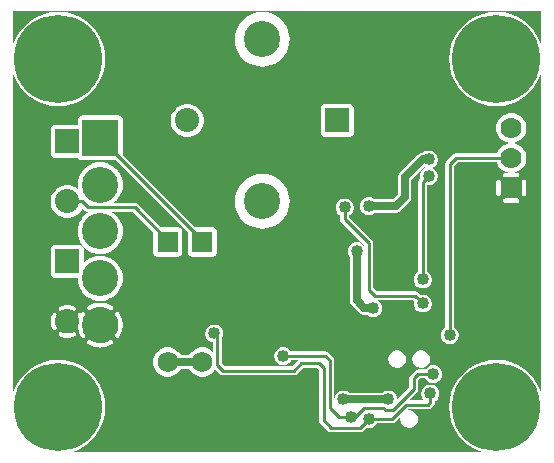
<source format=gbl>
G04 start of page 3 for group 1 idx 1 *
G04 Title: (unknown), bottom *
G04 Creator: pcb 20140316 *
G04 CreationDate: Thu 21 Jan 2016 04:01:36 PM GMT UTC *
G04 For: ndholmes *
G04 Format: Gerber/RS-274X *
G04 PCB-Dimensions (mil): 1800.00 1500.00 *
G04 PCB-Coordinate-Origin: lower left *
%MOIN*%
%FSLAX25Y25*%
%LNBOTTOM*%
%ADD51C,0.0600*%
%ADD50C,0.1285*%
%ADD49C,0.0390*%
%ADD48C,0.0380*%
%ADD47C,0.0480*%
%ADD46C,0.0200*%
%ADD45C,0.0400*%
%ADD44C,0.0800*%
%ADD43C,0.0700*%
%ADD42C,0.2937*%
%ADD41C,0.0680*%
%ADD40C,0.1200*%
%ADD39C,0.0100*%
%ADD38C,0.0250*%
%ADD37C,0.0001*%
G54D37*G36*
X137995Y21440D02*X138028Y21029D01*
X138138Y20570D01*
X138319Y20134D01*
X138565Y19731D01*
X138872Y19372D01*
X138957Y19300D01*
X137995D01*
Y21440D01*
G37*
G36*
Y16300D02*X140241D01*
X140300Y16295D01*
X140535Y16314D01*
X140535Y16314D01*
X140765Y16369D01*
X140983Y16459D01*
X141184Y16583D01*
X141364Y16736D01*
X141402Y16781D01*
X142019Y17398D01*
X142064Y17436D01*
X142217Y17615D01*
X142217Y17616D01*
X142341Y17817D01*
X142431Y18035D01*
X142486Y18265D01*
X142505Y18500D01*
X142500Y18559D01*
Y18901D01*
X142769Y19065D01*
X143128Y19372D01*
X143435Y19731D01*
X143681Y20134D01*
X143862Y20570D01*
X143972Y21029D01*
X144000Y21500D01*
X143972Y21971D01*
X143862Y22430D01*
X143681Y22866D01*
X143435Y23269D01*
X143128Y23628D01*
X142769Y23935D01*
X142366Y24181D01*
X141930Y24362D01*
X141471Y24472D01*
X141000Y24509D01*
X140529Y24472D01*
X140070Y24362D01*
X139634Y24181D01*
X139231Y23935D01*
X138872Y23628D01*
X138565Y23269D01*
X138319Y22866D01*
X138138Y22430D01*
X138028Y21971D01*
X137995Y21560D01*
Y26500D01*
X139401D01*
X139565Y26231D01*
X139872Y25872D01*
X140231Y25565D01*
X140634Y25319D01*
X141070Y25138D01*
X141529Y25028D01*
X142000Y24991D01*
X142471Y25028D01*
X142930Y25138D01*
X143366Y25319D01*
X143769Y25565D01*
X144128Y25872D01*
X144435Y26231D01*
X144681Y26634D01*
X144862Y27070D01*
X144972Y27529D01*
X145000Y28000D01*
X144972Y28471D01*
X144862Y28930D01*
X144681Y29366D01*
X144435Y29769D01*
X144128Y30128D01*
X143769Y30435D01*
X143366Y30681D01*
X142930Y30862D01*
X142471Y30972D01*
X142000Y31009D01*
X141529Y30972D01*
X141070Y30862D01*
X140634Y30681D01*
X140231Y30435D01*
X139872Y30128D01*
X139565Y29769D01*
X139401Y29500D01*
X137995D01*
Y30041D01*
X138000Y30041D01*
X138463Y30077D01*
X138914Y30186D01*
X139343Y30363D01*
X139739Y30606D01*
X140092Y30908D01*
X140394Y31261D01*
X140637Y31657D01*
X140814Y32086D01*
X140923Y32537D01*
X140950Y33000D01*
X140923Y33463D01*
X140814Y33914D01*
X140637Y34343D01*
X140394Y34739D01*
X140092Y35092D01*
X139739Y35394D01*
X139343Y35637D01*
X138914Y35814D01*
X138463Y35923D01*
X138000Y35959D01*
X137995Y35959D01*
Y42000D01*
X144667D01*
X144638Y41930D01*
X144528Y41471D01*
X144491Y41000D01*
X144528Y40529D01*
X144638Y40070D01*
X144819Y39634D01*
X145065Y39231D01*
X145372Y38872D01*
X145500Y38763D01*
Y2000D01*
X137995D01*
Y16300D01*
G37*
G36*
Y29500D02*X137059D01*
X137000Y29505D01*
X136765Y29486D01*
X136535Y29431D01*
X136317Y29341D01*
X136116Y29217D01*
X136115Y29217D01*
X135936Y29064D01*
X135898Y29019D01*
X134481Y27602D01*
X134436Y27564D01*
X134283Y27384D01*
X134159Y27183D01*
X134069Y26965D01*
X134014Y26735D01*
X134014Y26735D01*
X133995Y26500D01*
X134000Y26441D01*
Y23621D01*
X129995Y19617D01*
Y30041D01*
X130000Y30041D01*
X130463Y30077D01*
X130914Y30186D01*
X131343Y30363D01*
X131739Y30606D01*
X132092Y30908D01*
X132394Y31261D01*
X132637Y31657D01*
X132814Y32086D01*
X132923Y32537D01*
X132950Y33000D01*
X132923Y33463D01*
X132814Y33914D01*
X132637Y34343D01*
X132394Y34739D01*
X132092Y35092D01*
X131739Y35394D01*
X131343Y35637D01*
X130914Y35814D01*
X130463Y35923D01*
X130000Y35959D01*
X129995Y35959D01*
Y42000D01*
X137995D01*
Y35959D01*
X137537Y35923D01*
X137086Y35814D01*
X136657Y35637D01*
X136261Y35394D01*
X135908Y35092D01*
X135606Y34739D01*
X135363Y34343D01*
X135186Y33914D01*
X135077Y33463D01*
X135041Y33000D01*
X135077Y32537D01*
X135186Y32086D01*
X135363Y31657D01*
X135606Y31261D01*
X135908Y30908D01*
X136261Y30606D01*
X136657Y30363D01*
X137086Y30186D01*
X137537Y30077D01*
X137995Y30041D01*
Y29500D01*
G37*
G36*
Y21560D02*X137991Y21500D01*
X137995Y21440D01*
Y19300D01*
X133921D01*
X136519Y21898D01*
X136564Y21936D01*
X136717Y22115D01*
X136717Y22116D01*
X136841Y22317D01*
X136931Y22535D01*
X136986Y22765D01*
X137005Y23000D01*
X137000Y23059D01*
Y25879D01*
X137621Y26500D01*
X137995D01*
Y21560D01*
G37*
G36*
X129995Y12774D02*X131221Y14000D01*
X131186Y13914D01*
X131077Y13463D01*
X131041Y13000D01*
X131077Y12537D01*
X131186Y12086D01*
X131363Y11657D01*
X131606Y11261D01*
X131908Y10908D01*
X132261Y10606D01*
X132657Y10363D01*
X133086Y10186D01*
X133537Y10077D01*
X134000Y10041D01*
X134463Y10077D01*
X134914Y10186D01*
X135343Y10363D01*
X135739Y10606D01*
X136092Y10908D01*
X136394Y11261D01*
X136637Y11657D01*
X136814Y12086D01*
X136923Y12537D01*
X136950Y13000D01*
X136923Y13463D01*
X136814Y13914D01*
X136637Y14343D01*
X136394Y14739D01*
X136092Y15092D01*
X135739Y15394D01*
X135343Y15637D01*
X134914Y15814D01*
X134463Y15923D01*
X134000Y15959D01*
X133537Y15923D01*
X133086Y15814D01*
X133000Y15779D01*
X133521Y16300D01*
X137995D01*
Y2000D01*
X129995D01*
Y12774D01*
G37*
G36*
Y19617D02*X129993Y19615D01*
X129972Y19971D01*
X129862Y20430D01*
X129681Y20866D01*
X129435Y21269D01*
X129128Y21628D01*
X128769Y21935D01*
X128366Y22181D01*
X127930Y22362D01*
X127471Y22472D01*
X127000Y22509D01*
X126529Y22472D01*
X126070Y22362D01*
X125634Y22181D01*
X125231Y21935D01*
X125015Y21750D01*
X113985D01*
X113769Y21935D01*
X113366Y22181D01*
X112930Y22362D01*
X112471Y22472D01*
X112000Y22509D01*
X111529Y22472D01*
X111070Y22362D01*
X110634Y22181D01*
X110231Y21935D01*
X109872Y21628D01*
X109565Y21269D01*
X109319Y20866D01*
X109138Y20430D01*
X109028Y19971D01*
X109000Y19618D01*
Y32441D01*
X109005Y32500D01*
X108986Y32735D01*
X108986Y32735D01*
X108931Y32965D01*
X108841Y33183D01*
X108717Y33384D01*
X108564Y33564D01*
X108519Y33602D01*
X107102Y35019D01*
X107064Y35064D01*
X106884Y35217D01*
X106683Y35341D01*
X106465Y35431D01*
X106235Y35486D01*
X106235Y35486D01*
X106000Y35505D01*
X105941Y35500D01*
X94599D01*
X94435Y35769D01*
X94128Y36128D01*
X93769Y36435D01*
X93366Y36681D01*
X92930Y36862D01*
X92471Y36972D01*
X92000Y37009D01*
X91529Y36972D01*
X91070Y36862D01*
X90634Y36681D01*
X90231Y36435D01*
X89872Y36128D01*
X89565Y35769D01*
X89319Y35366D01*
X89138Y34930D01*
X89028Y34471D01*
X88991Y34000D01*
X89028Y33529D01*
X89138Y33070D01*
X89319Y32634D01*
X89565Y32231D01*
X89872Y31872D01*
X90231Y31565D01*
X90634Y31319D01*
X91070Y31138D01*
X91529Y31028D01*
X92000Y30991D01*
X92471Y31028D01*
X92930Y31138D01*
X93366Y31319D01*
X93769Y31565D01*
X94128Y31872D01*
X94435Y32231D01*
X94599Y32500D01*
X96879D01*
X94879Y30500D01*
X72621D01*
X71500Y31621D01*
Y39838D01*
X71681Y40134D01*
X71862Y40570D01*
X71972Y41029D01*
X72000Y41500D01*
X71972Y41971D01*
X71965Y42000D01*
X129995D01*
Y35959D01*
X129537Y35923D01*
X129086Y35814D01*
X128657Y35637D01*
X128261Y35394D01*
X127908Y35092D01*
X127606Y34739D01*
X127363Y34343D01*
X127186Y33914D01*
X127077Y33463D01*
X127041Y33000D01*
X127077Y32537D01*
X127186Y32086D01*
X127363Y31657D01*
X127606Y31261D01*
X127908Y30908D01*
X128261Y30606D01*
X128657Y30363D01*
X129086Y30186D01*
X129537Y30077D01*
X129995Y30041D01*
Y19617D01*
G37*
G36*
X57868Y29750D02*X60632D01*
X61024Y29111D01*
X61524Y28524D01*
X62111Y28024D01*
X62769Y27621D01*
X63481Y27325D01*
X64231Y27145D01*
X65000Y27085D01*
X65769Y27145D01*
X66519Y27325D01*
X67231Y27621D01*
X67889Y28024D01*
X68476Y28524D01*
X68976Y29111D01*
X69277Y29602D01*
X70898Y27981D01*
X70936Y27936D01*
X71116Y27783D01*
X71317Y27659D01*
X71535Y27569D01*
X71765Y27514D01*
X72000Y27495D01*
X72059Y27500D01*
X95441D01*
X95500Y27495D01*
X95735Y27514D01*
X95735Y27514D01*
X95965Y27569D01*
X96183Y27659D01*
X96384Y27783D01*
X96564Y27936D01*
X96602Y27981D01*
X98621Y30000D01*
X103379D01*
X104000Y29379D01*
Y12559D01*
X103995Y12500D01*
X104014Y12265D01*
X104069Y12035D01*
X104159Y11817D01*
X104283Y11616D01*
X104436Y11436D01*
X104481Y11398D01*
X106898Y8981D01*
X106936Y8936D01*
X107116Y8783D01*
X107317Y8659D01*
X107535Y8569D01*
X107765Y8514D01*
X108000Y8495D01*
X108059Y8500D01*
X117441D01*
X117500Y8495D01*
X117735Y8514D01*
X117735Y8514D01*
X117965Y8569D01*
X118183Y8659D01*
X118384Y8783D01*
X118564Y8936D01*
X118602Y8981D01*
X119723Y10101D01*
X120029Y10028D01*
X120500Y9991D01*
X120971Y10028D01*
X121430Y10138D01*
X121866Y10319D01*
X122269Y10565D01*
X122628Y10872D01*
X122935Y11231D01*
X123099Y11500D01*
X128041D01*
X128100Y11495D01*
X128335Y11514D01*
X128335Y11514D01*
X128565Y11569D01*
X128783Y11659D01*
X128984Y11783D01*
X129164Y11936D01*
X129202Y11981D01*
X129995Y12774D01*
Y2000D01*
X43500D01*
Y42000D01*
X66035D01*
X66028Y41971D01*
X65991Y41500D01*
X66028Y41029D01*
X66138Y40570D01*
X66319Y40134D01*
X66565Y39731D01*
X66872Y39372D01*
X67231Y39065D01*
X67634Y38819D01*
X68070Y38638D01*
X68500Y38535D01*
Y35447D01*
X68476Y35476D01*
X67889Y35976D01*
X67231Y36379D01*
X66519Y36675D01*
X65769Y36855D01*
X65000Y36915D01*
X64231Y36855D01*
X63481Y36675D01*
X62769Y36379D01*
X62111Y35976D01*
X61524Y35476D01*
X61024Y34889D01*
X60632Y34250D01*
X57868D01*
X57476Y34889D01*
X56976Y35476D01*
X56389Y35976D01*
X55731Y36379D01*
X55019Y36675D01*
X54269Y36855D01*
X53500Y36915D01*
X52731Y36855D01*
X51981Y36675D01*
X51269Y36379D01*
X50611Y35976D01*
X50024Y35476D01*
X49524Y34889D01*
X49121Y34231D01*
X48825Y33519D01*
X48645Y32769D01*
X48585Y32000D01*
X48645Y31231D01*
X48825Y30481D01*
X49121Y29769D01*
X49524Y29111D01*
X50024Y28524D01*
X50611Y28024D01*
X51269Y27621D01*
X51981Y27325D01*
X52731Y27145D01*
X53500Y27085D01*
X54269Y27145D01*
X55019Y27325D01*
X55731Y27621D01*
X56389Y28024D01*
X56976Y28524D01*
X57476Y29111D01*
X57868Y29750D01*
G37*
G36*
X137995Y95813D02*X139051Y96869D01*
X139134Y96819D01*
X139300Y96750D01*
X139134Y96681D01*
X138731Y96435D01*
X138372Y96128D01*
X138065Y95769D01*
X137995Y95655D01*
Y95813D01*
G37*
G36*
X145500Y30000D02*X144237D01*
X144128Y30128D01*
X143769Y30435D01*
X143366Y30681D01*
X142930Y30862D01*
X142471Y30972D01*
X142000Y31009D01*
X141529Y30972D01*
X141070Y30862D01*
X140634Y30681D01*
X140231Y30435D01*
X139872Y30128D01*
X139763Y30000D01*
X137995D01*
Y30041D01*
X138000Y30041D01*
X138463Y30077D01*
X138914Y30186D01*
X139343Y30363D01*
X139739Y30606D01*
X140092Y30908D01*
X140394Y31261D01*
X140637Y31657D01*
X140814Y32086D01*
X140923Y32537D01*
X140950Y33000D01*
X140923Y33463D01*
X140814Y33914D01*
X140637Y34343D01*
X140394Y34739D01*
X140092Y35092D01*
X139739Y35394D01*
X139343Y35637D01*
X138914Y35814D01*
X138463Y35923D01*
X138000Y35959D01*
X137995Y35959D01*
Y48536D01*
X138029Y48528D01*
X138500Y48491D01*
X138971Y48528D01*
X139430Y48638D01*
X139866Y48819D01*
X140269Y49065D01*
X140628Y49372D01*
X140935Y49731D01*
X141181Y50134D01*
X141362Y50570D01*
X141472Y51029D01*
X141500Y51500D01*
X141472Y51971D01*
X141362Y52430D01*
X141181Y52866D01*
X140935Y53269D01*
X140628Y53628D01*
X140269Y53935D01*
X139866Y54181D01*
X139430Y54362D01*
X138971Y54472D01*
X138500Y54509D01*
X138029Y54472D01*
X137995Y54464D01*
Y56536D01*
X138029Y56528D01*
X138500Y56491D01*
X138971Y56528D01*
X139430Y56638D01*
X139866Y56819D01*
X140269Y57065D01*
X140628Y57372D01*
X140935Y57731D01*
X141181Y58134D01*
X141362Y58570D01*
X141472Y59029D01*
X141500Y59500D01*
X141472Y59971D01*
X141362Y60430D01*
X141181Y60866D01*
X140935Y61269D01*
X140628Y61628D01*
X140269Y61935D01*
X140000Y62099D01*
Y91035D01*
X140029Y91028D01*
X140500Y90991D01*
X140971Y91028D01*
X141430Y91138D01*
X141866Y91319D01*
X142269Y91565D01*
X142628Y91872D01*
X142935Y92231D01*
X143181Y92634D01*
X143362Y93070D01*
X143472Y93529D01*
X143500Y94000D01*
X143472Y94471D01*
X143362Y94930D01*
X143181Y95366D01*
X142935Y95769D01*
X142628Y96128D01*
X142269Y96435D01*
X141866Y96681D01*
X141700Y96750D01*
X141866Y96819D01*
X142269Y97065D01*
X142628Y97372D01*
X142935Y97731D01*
X143181Y98134D01*
X143362Y98570D01*
X143472Y99029D01*
X143500Y99500D01*
X143472Y99971D01*
X143362Y100430D01*
X143181Y100866D01*
X142935Y101269D01*
X142628Y101628D01*
X142269Y101935D01*
X141866Y102181D01*
X141430Y102362D01*
X140971Y102472D01*
X140500Y102509D01*
X140029Y102472D01*
X139570Y102362D01*
X139134Y102181D01*
X138731Y101935D01*
X138521Y101755D01*
X138500Y101757D01*
X138147Y101729D01*
X137995Y101693D01*
Y149000D01*
X145500D01*
Y43237D01*
X145372Y43128D01*
X145065Y42769D01*
X144819Y42366D01*
X144638Y41930D01*
X144528Y41471D01*
X144491Y41000D01*
X144528Y40529D01*
X144638Y40070D01*
X144819Y39634D01*
X145065Y39231D01*
X145372Y38872D01*
X145500Y38763D01*
Y30000D01*
G37*
G36*
X137995Y101693D02*X137803Y101646D01*
X137475Y101511D01*
X137173Y101326D01*
X137173Y101326D01*
X136904Y101096D01*
X136847Y101029D01*
X130971Y95153D01*
X130904Y95096D01*
X130674Y94827D01*
X130489Y94525D01*
X130354Y94197D01*
X130271Y93853D01*
X130271Y93853D01*
X130243Y93500D01*
X130250Y93412D01*
Y87932D01*
X129995Y87677D01*
Y149000D01*
X137995D01*
Y101693D01*
G37*
G36*
Y54464D02*X137723Y54399D01*
X137102Y55019D01*
X137064Y55064D01*
X136884Y55217D01*
X136683Y55341D01*
X136465Y55431D01*
X136235Y55486D01*
X136000Y55505D01*
X135941Y55500D01*
X129995D01*
Y81805D01*
X130197Y81854D01*
X130525Y81989D01*
X130827Y82174D01*
X131096Y82404D01*
X131153Y82471D01*
X134029Y85347D01*
X134096Y85404D01*
X134326Y85673D01*
X134326Y85673D01*
X134511Y85975D01*
X134646Y86303D01*
X134729Y86647D01*
X134757Y87000D01*
X134750Y87088D01*
Y92568D01*
X137995Y95813D01*
Y95655D01*
X137819Y95366D01*
X137638Y94930D01*
X137528Y94471D01*
X137491Y94000D01*
X137528Y93529D01*
X137601Y93223D01*
X137481Y93102D01*
X137436Y93064D01*
X137283Y92884D01*
X137159Y92683D01*
X137069Y92465D01*
X137014Y92235D01*
X137014Y92235D01*
X136995Y92000D01*
X137000Y91941D01*
Y62099D01*
X136731Y61935D01*
X136372Y61628D01*
X136065Y61269D01*
X135819Y60866D01*
X135638Y60430D01*
X135528Y59971D01*
X135491Y59500D01*
X135528Y59029D01*
X135638Y58570D01*
X135819Y58134D01*
X136065Y57731D01*
X136372Y57372D01*
X136731Y57065D01*
X137134Y56819D01*
X137570Y56638D01*
X137995Y56536D01*
Y54464D01*
G37*
G36*
Y30000D02*X129995D01*
Y30041D01*
X130000Y30041D01*
X130463Y30077D01*
X130914Y30186D01*
X131343Y30363D01*
X131739Y30606D01*
X132092Y30908D01*
X132394Y31261D01*
X132637Y31657D01*
X132814Y32086D01*
X132923Y32537D01*
X132950Y33000D01*
X132923Y33463D01*
X132814Y33914D01*
X132637Y34343D01*
X132394Y34739D01*
X132092Y35092D01*
X131739Y35394D01*
X131343Y35637D01*
X130914Y35814D01*
X130463Y35923D01*
X130000Y35959D01*
X129995Y35959D01*
Y52500D01*
X135379D01*
X135601Y52277D01*
X135528Y51971D01*
X135491Y51500D01*
X135528Y51029D01*
X135638Y50570D01*
X135819Y50134D01*
X136065Y49731D01*
X136372Y49372D01*
X136731Y49065D01*
X137134Y48819D01*
X137570Y48638D01*
X137995Y48536D01*
Y35959D01*
X137537Y35923D01*
X137086Y35814D01*
X136657Y35637D01*
X136261Y35394D01*
X135908Y35092D01*
X135606Y34739D01*
X135363Y34343D01*
X135186Y33914D01*
X135077Y33463D01*
X135041Y33000D01*
X135077Y32537D01*
X135186Y32086D01*
X135363Y31657D01*
X135606Y31261D01*
X135908Y30908D01*
X136261Y30606D01*
X136657Y30363D01*
X137086Y30186D01*
X137537Y30077D01*
X137995Y30041D01*
Y30000D01*
G37*
G36*
X129995Y87677D02*X128568Y86250D01*
X125495D01*
Y149000D01*
X129995D01*
Y87677D01*
G37*
G36*
Y55500D02*X125495D01*
Y81750D01*
X129412D01*
X129500Y81743D01*
X129853Y81771D01*
X129853Y81771D01*
X129995Y81805D01*
Y55500D01*
G37*
G36*
Y30000D02*X125495D01*
Y52500D01*
X129995D01*
Y35959D01*
X129537Y35923D01*
X129086Y35814D01*
X128657Y35637D01*
X128261Y35394D01*
X127908Y35092D01*
X127606Y34739D01*
X127363Y34343D01*
X127186Y33914D01*
X127077Y33463D01*
X127041Y33000D01*
X127077Y32537D01*
X127186Y32086D01*
X127363Y31657D01*
X127606Y31261D01*
X127908Y30908D01*
X128261Y30606D01*
X128657Y30363D01*
X129086Y30186D01*
X129537Y30077D01*
X129995Y30041D01*
Y30000D01*
G37*
G36*
X110000Y149000D02*X125495D01*
Y86250D01*
X122485D01*
X122269Y86435D01*
X121866Y86681D01*
X121430Y86862D01*
X120971Y86972D01*
X120500Y87009D01*
X120029Y86972D01*
X119570Y86862D01*
X119134Y86681D01*
X118731Y86435D01*
X118372Y86128D01*
X118065Y85769D01*
X117819Y85366D01*
X117638Y84930D01*
X117528Y84471D01*
X117491Y84000D01*
X117528Y83529D01*
X117638Y83070D01*
X117819Y82634D01*
X118065Y82231D01*
X118372Y81872D01*
X118731Y81565D01*
X119134Y81319D01*
X119570Y81138D01*
X120029Y81028D01*
X120500Y80991D01*
X120971Y81028D01*
X121430Y81138D01*
X121866Y81319D01*
X122269Y81565D01*
X122485Y81750D01*
X125495D01*
Y55500D01*
X123121D01*
X122000Y56621D01*
Y71441D01*
X122005Y71500D01*
X121986Y71735D01*
X121986Y71735D01*
X121931Y71965D01*
X121841Y72183D01*
X121717Y72384D01*
X121564Y72564D01*
X121519Y72602D01*
X114000Y80121D01*
Y80901D01*
X114269Y81065D01*
X114628Y81372D01*
X114935Y81731D01*
X115181Y82134D01*
X115362Y82570D01*
X115472Y83029D01*
X115500Y83500D01*
X115472Y83971D01*
X115362Y84430D01*
X115181Y84866D01*
X114935Y85269D01*
X114628Y85628D01*
X114269Y85935D01*
X113866Y86181D01*
X113430Y86362D01*
X112971Y86472D01*
X112500Y86509D01*
X112029Y86472D01*
X111570Y86362D01*
X111134Y86181D01*
X110731Y85935D01*
X110372Y85628D01*
X110065Y85269D01*
X110000Y85162D01*
Y107007D01*
X114235Y107014D01*
X114465Y107069D01*
X114683Y107159D01*
X114884Y107283D01*
X115064Y107436D01*
X115217Y107616D01*
X115341Y107817D01*
X115431Y108035D01*
X115486Y108265D01*
X115500Y108500D01*
X115486Y116735D01*
X115431Y116965D01*
X115341Y117183D01*
X115217Y117384D01*
X115064Y117564D01*
X114884Y117717D01*
X114683Y117841D01*
X114465Y117931D01*
X114235Y117986D01*
X114000Y118000D01*
X110000Y117993D01*
Y149000D01*
G37*
G36*
X125495Y30000D02*X110000D01*
Y81838D01*
X110065Y81731D01*
X110372Y81372D01*
X110731Y81065D01*
X111000Y80901D01*
Y79559D01*
X110995Y79500D01*
X111014Y79265D01*
X111069Y79035D01*
X111159Y78817D01*
X111283Y78616D01*
X111283Y78615D01*
X111436Y78436D01*
X111481Y78398D01*
X119000Y70879D01*
Y70662D01*
X118935Y70769D01*
X118628Y71128D01*
X118269Y71435D01*
X117866Y71681D01*
X117430Y71862D01*
X116971Y71972D01*
X116500Y72009D01*
X116029Y71972D01*
X115570Y71862D01*
X115134Y71681D01*
X114731Y71435D01*
X114372Y71128D01*
X114065Y70769D01*
X113819Y70366D01*
X113638Y69930D01*
X113528Y69471D01*
X113491Y69000D01*
X113528Y68529D01*
X113638Y68070D01*
X113819Y67634D01*
X114065Y67231D01*
X114250Y67015D01*
Y52588D01*
X114243Y52500D01*
X114271Y52147D01*
Y52147D01*
X114354Y51803D01*
X114489Y51475D01*
X114559Y51361D01*
X114674Y51173D01*
X114674Y51173D01*
X114904Y50904D01*
X114971Y50847D01*
X117347Y48471D01*
X117404Y48404D01*
X117673Y48174D01*
X117673Y48174D01*
X117861Y48059D01*
X117975Y47989D01*
X118303Y47854D01*
X118647Y47771D01*
X118647D01*
X119000Y47743D01*
X119088Y47750D01*
X120015D01*
X120231Y47565D01*
X120634Y47319D01*
X121070Y47138D01*
X121529Y47028D01*
X122000Y46991D01*
X122471Y47028D01*
X122930Y47138D01*
X123366Y47319D01*
X123769Y47565D01*
X124128Y47872D01*
X124435Y48231D01*
X124681Y48634D01*
X124862Y49070D01*
X124972Y49529D01*
X125000Y50000D01*
X124972Y50471D01*
X124862Y50930D01*
X124681Y51366D01*
X124435Y51769D01*
X124128Y52128D01*
X123769Y52435D01*
X123662Y52500D01*
X125495D01*
Y30000D01*
G37*
G36*
X110000D02*X109000D01*
Y32441D01*
X109005Y32500D01*
X108986Y32735D01*
X108986Y32735D01*
X108931Y32965D01*
X108841Y33183D01*
X108717Y33384D01*
X108564Y33564D01*
X108519Y33602D01*
X107102Y35019D01*
X107064Y35064D01*
X106884Y35217D01*
X106683Y35341D01*
X106465Y35431D01*
X106235Y35486D01*
X106235Y35486D01*
X106000Y35505D01*
X105941Y35500D01*
X94599D01*
X94435Y35769D01*
X94128Y36128D01*
X93769Y36435D01*
X93366Y36681D01*
X92930Y36862D01*
X92471Y36972D01*
X92000Y37009D01*
X91529Y36972D01*
X91070Y36862D01*
X90634Y36681D01*
X90231Y36435D01*
X89872Y36128D01*
X89565Y35769D01*
X89319Y35366D01*
X89138Y34930D01*
X89028Y34471D01*
X88991Y34000D01*
X89028Y33529D01*
X89138Y33070D01*
X89319Y32634D01*
X89565Y32231D01*
X89872Y31872D01*
X90231Y31565D01*
X90634Y31319D01*
X91070Y31138D01*
X91529Y31028D01*
X92000Y30991D01*
X92471Y31028D01*
X92930Y31138D01*
X93366Y31319D01*
X93769Y31565D01*
X94128Y31872D01*
X94435Y32231D01*
X94599Y32500D01*
X96879D01*
X94879Y30500D01*
X77500D01*
Y80323D01*
X77615Y80135D01*
X78545Y79045D01*
X79635Y78115D01*
X80856Y77367D01*
X82179Y76819D01*
X83572Y76484D01*
X85000Y76372D01*
X86428Y76484D01*
X87821Y76819D01*
X89144Y77367D01*
X90365Y78115D01*
X91455Y79045D01*
X92385Y80135D01*
X93133Y81356D01*
X93681Y82679D01*
X94016Y84072D01*
X94100Y85500D01*
X94016Y86928D01*
X93681Y88321D01*
X93133Y89644D01*
X92385Y90865D01*
X91455Y91955D01*
X90365Y92885D01*
X89144Y93633D01*
X87821Y94181D01*
X86428Y94516D01*
X85000Y94628D01*
X83572Y94516D01*
X82179Y94181D01*
X80856Y93633D01*
X79635Y92885D01*
X78545Y91955D01*
X77615Y90865D01*
X77500Y90677D01*
Y134323D01*
X77615Y134135D01*
X78545Y133045D01*
X79635Y132115D01*
X80856Y131367D01*
X82179Y130819D01*
X83572Y130484D01*
X85000Y130372D01*
X86428Y130484D01*
X87821Y130819D01*
X89144Y131367D01*
X90365Y132115D01*
X91455Y133045D01*
X92385Y134135D01*
X93133Y135356D01*
X93681Y136679D01*
X94016Y138072D01*
X94100Y139500D01*
X94016Y140928D01*
X93681Y142321D01*
X93133Y143644D01*
X92385Y144865D01*
X91455Y145955D01*
X90365Y146885D01*
X89144Y147633D01*
X87821Y148181D01*
X86428Y148516D01*
X85000Y148628D01*
X83572Y148516D01*
X82179Y148181D01*
X80856Y147633D01*
X79635Y146885D01*
X78545Y145955D01*
X77615Y144865D01*
X77500Y144677D01*
Y149000D01*
X110000D01*
Y117993D01*
X105765Y117986D01*
X105535Y117931D01*
X105317Y117841D01*
X105116Y117717D01*
X104936Y117564D01*
X104783Y117384D01*
X104659Y117183D01*
X104569Y116965D01*
X104514Y116735D01*
X104500Y116500D01*
X104514Y108265D01*
X104569Y108035D01*
X104659Y107817D01*
X104783Y107616D01*
X104936Y107436D01*
X105116Y107283D01*
X105317Y107159D01*
X105535Y107069D01*
X105765Y107014D01*
X106000Y107000D01*
X110000Y107007D01*
Y85162D01*
X109819Y84866D01*
X109638Y84430D01*
X109528Y83971D01*
X109491Y83500D01*
X109528Y83029D01*
X109638Y82570D01*
X109819Y82134D01*
X110000Y81838D01*
Y30000D01*
G37*
G36*
X172250Y120275D02*X174124Y121876D01*
X175728Y123753D01*
X177018Y125858D01*
X177962Y128138D01*
X178000Y128295D01*
Y21705D01*
X177962Y21862D01*
X177018Y24142D01*
X175728Y26247D01*
X174124Y28124D01*
X172250Y29725D01*
Y87248D01*
X172368Y87257D01*
X172482Y87285D01*
X172592Y87330D01*
X172692Y87391D01*
X172782Y87468D01*
X172859Y87558D01*
X172920Y87658D01*
X172965Y87768D01*
X172993Y87882D01*
X173000Y88000D01*
Y92000D01*
X172993Y92118D01*
X172965Y92232D01*
X172920Y92342D01*
X172859Y92442D01*
X172782Y92532D01*
X172692Y92609D01*
X172592Y92670D01*
X172482Y92715D01*
X172368Y92743D01*
X172250Y92752D01*
Y97366D01*
X172469Y97723D01*
X172770Y98450D01*
X172954Y99215D01*
X173000Y100000D01*
X172954Y100785D01*
X172770Y101550D01*
X172469Y102277D01*
X172250Y102634D01*
Y107366D01*
X172469Y107723D01*
X172770Y108450D01*
X172954Y109215D01*
X173000Y110000D01*
X172954Y110785D01*
X172770Y111550D01*
X172469Y112277D01*
X172250Y112634D01*
Y120275D01*
G37*
G36*
Y102634D02*X172058Y102948D01*
X171546Y103546D01*
X170948Y104058D01*
X170277Y104469D01*
X169550Y104770D01*
X168785Y104954D01*
X168196Y105000D01*
X168785Y105046D01*
X169550Y105230D01*
X170277Y105531D01*
X170948Y105942D01*
X171546Y106454D01*
X172058Y107052D01*
X172250Y107366D01*
Y102634D01*
G37*
G36*
Y29725D02*X172247Y29728D01*
X170142Y31018D01*
X168000Y31905D01*
Y85000D01*
X170000D01*
X170118Y85007D01*
X170232Y85035D01*
X170342Y85080D01*
X170442Y85141D01*
X170532Y85218D01*
X170609Y85308D01*
X170670Y85408D01*
X170715Y85518D01*
X170743Y85632D01*
X170752Y85750D01*
X170743Y85868D01*
X170715Y85982D01*
X170670Y86092D01*
X170609Y86192D01*
X170532Y86282D01*
X170442Y86359D01*
X170342Y86420D01*
X170232Y86465D01*
X170118Y86493D01*
X170000Y86500D01*
X168000D01*
Y93500D01*
X170000D01*
X170118Y93507D01*
X170232Y93535D01*
X170342Y93580D01*
X170442Y93641D01*
X170532Y93718D01*
X170609Y93808D01*
X170670Y93908D01*
X170715Y94018D01*
X170743Y94132D01*
X170752Y94250D01*
X170743Y94368D01*
X170715Y94482D01*
X170670Y94592D01*
X170609Y94692D01*
X170532Y94782D01*
X170442Y94859D01*
X170342Y94920D01*
X170232Y94965D01*
X170118Y94993D01*
X170000Y95000D01*
X168196D01*
X168785Y95046D01*
X169550Y95230D01*
X170277Y95531D01*
X170948Y95942D01*
X171546Y96454D01*
X172058Y97052D01*
X172250Y97366D01*
Y92752D01*
X172132Y92743D01*
X172018Y92715D01*
X171908Y92670D01*
X171808Y92609D01*
X171718Y92532D01*
X171641Y92442D01*
X171580Y92342D01*
X171535Y92232D01*
X171507Y92118D01*
X171500Y92000D01*
Y88000D01*
X171507Y87882D01*
X171535Y87768D01*
X171580Y87658D01*
X171641Y87558D01*
X171718Y87468D01*
X171808Y87391D01*
X171908Y87330D01*
X172018Y87285D01*
X172132Y87257D01*
X172250Y87248D01*
Y29725D01*
G37*
G36*
X168000Y118095D02*X170142Y118982D01*
X172247Y120272D01*
X172250Y120275D01*
Y112634D01*
X172058Y112948D01*
X171546Y113546D01*
X170948Y114058D01*
X170277Y114469D01*
X169550Y114770D01*
X168785Y114954D01*
X168000Y115015D01*
Y118095D01*
G37*
G36*
Y31905D02*X167862Y31962D01*
X165461Y32539D01*
X163750Y32673D01*
Y87248D01*
X163868Y87257D01*
X163982Y87285D01*
X164092Y87330D01*
X164192Y87391D01*
X164282Y87468D01*
X164359Y87558D01*
X164420Y87658D01*
X164465Y87768D01*
X164493Y87882D01*
X164500Y88000D01*
Y92000D01*
X164493Y92118D01*
X164465Y92232D01*
X164420Y92342D01*
X164359Y92442D01*
X164282Y92532D01*
X164192Y92609D01*
X164092Y92670D01*
X163982Y92715D01*
X163868Y92743D01*
X163750Y92752D01*
Y97366D01*
X163942Y97052D01*
X164454Y96454D01*
X165052Y95942D01*
X165723Y95531D01*
X166450Y95230D01*
X167215Y95046D01*
X167804Y95000D01*
X166000D01*
X165882Y94993D01*
X165768Y94965D01*
X165658Y94920D01*
X165558Y94859D01*
X165468Y94782D01*
X165391Y94692D01*
X165330Y94592D01*
X165285Y94482D01*
X165257Y94368D01*
X165248Y94250D01*
X165257Y94132D01*
X165285Y94018D01*
X165330Y93908D01*
X165391Y93808D01*
X165468Y93718D01*
X165558Y93641D01*
X165658Y93580D01*
X165768Y93535D01*
X165882Y93507D01*
X166000Y93500D01*
X168000D01*
Y86500D01*
X166000D01*
X165882Y86493D01*
X165768Y86465D01*
X165658Y86420D01*
X165558Y86359D01*
X165468Y86282D01*
X165391Y86192D01*
X165330Y86092D01*
X165285Y85982D01*
X165257Y85868D01*
X165248Y85750D01*
X165257Y85632D01*
X165285Y85518D01*
X165330Y85408D01*
X165391Y85308D01*
X165468Y85218D01*
X165558Y85141D01*
X165658Y85080D01*
X165768Y85035D01*
X165882Y85007D01*
X166000Y85000D01*
X168000D01*
Y31905D01*
G37*
G36*
X163750Y32673D02*X163000Y32732D01*
X160539Y32539D01*
X158745Y32108D01*
Y98500D01*
X163218D01*
X163230Y98450D01*
X163531Y97723D01*
X163750Y97366D01*
Y92752D01*
X163632Y92743D01*
X163518Y92715D01*
X163408Y92670D01*
X163308Y92609D01*
X163218Y92532D01*
X163141Y92442D01*
X163080Y92342D01*
X163035Y92232D01*
X163007Y92118D01*
X163000Y92000D01*
Y88000D01*
X163007Y87882D01*
X163035Y87768D01*
X163080Y87658D01*
X163141Y87558D01*
X163218Y87468D01*
X163308Y87391D01*
X163408Y87330D01*
X163518Y87285D01*
X163632Y87257D01*
X163750Y87248D01*
Y32673D01*
G37*
G36*
X158745Y117892D02*X160539Y117461D01*
X163000Y117268D01*
X165461Y117461D01*
X167862Y118038D01*
X168000Y118095D01*
Y115015D01*
X168000D01*
X167215Y114954D01*
X166450Y114770D01*
X165723Y114469D01*
X165052Y114058D01*
X164454Y113546D01*
X163942Y112948D01*
X163531Y112277D01*
X163230Y111550D01*
X163046Y110785D01*
X162985Y110000D01*
X163046Y109215D01*
X163230Y108450D01*
X163531Y107723D01*
X163942Y107052D01*
X164454Y106454D01*
X165052Y105942D01*
X165723Y105531D01*
X166450Y105230D01*
X167215Y105046D01*
X167804Y105000D01*
X167215Y104954D01*
X166450Y104770D01*
X165723Y104469D01*
X165052Y104058D01*
X164454Y103546D01*
X163942Y102948D01*
X163531Y102277D01*
X163230Y101550D01*
X163218Y101500D01*
X158745D01*
Y117892D01*
G37*
G36*
Y149000D02*X178000D01*
Y137705D01*
X177962Y137862D01*
X177018Y140142D01*
X175728Y142247D01*
X174124Y144124D01*
X172247Y145728D01*
X170142Y147018D01*
X167862Y147962D01*
X165461Y148539D01*
X163000Y148732D01*
X160539Y148539D01*
X158745Y148108D01*
Y149000D01*
G37*
G36*
X143500Y2000D02*Y19838D01*
X143681Y20134D01*
X143862Y20570D01*
X143972Y21029D01*
X144000Y21500D01*
X143972Y21971D01*
X143862Y22430D01*
X143681Y22866D01*
X143500Y23162D01*
Y25401D01*
X143769Y25565D01*
X144128Y25872D01*
X144435Y26231D01*
X144681Y26634D01*
X144862Y27070D01*
X144972Y27529D01*
X145000Y28000D01*
X144972Y28471D01*
X144862Y28930D01*
X144681Y29366D01*
X144435Y29769D01*
X144128Y30128D01*
X143769Y30435D01*
X143500Y30599D01*
Y149000D01*
X158745D01*
Y148108D01*
X158138Y147962D01*
X155858Y147018D01*
X153753Y145728D01*
X151876Y144124D01*
X150272Y142247D01*
X148982Y140142D01*
X148038Y137862D01*
X147461Y135461D01*
X147268Y133000D01*
X147461Y130539D01*
X148038Y128138D01*
X148982Y125858D01*
X150272Y123753D01*
X151876Y121876D01*
X153753Y120272D01*
X155858Y118982D01*
X158138Y118038D01*
X158745Y117892D01*
Y101500D01*
X149559D01*
X149500Y101505D01*
X149265Y101486D01*
X149035Y101431D01*
X148817Y101341D01*
X148616Y101217D01*
X148615Y101217D01*
X148436Y101064D01*
X148398Y101019D01*
X146481Y99102D01*
X146436Y99064D01*
X146283Y98884D01*
X146159Y98683D01*
X146069Y98465D01*
X146014Y98235D01*
X146014Y98235D01*
X145995Y98000D01*
X146000Y97941D01*
Y43599D01*
X145731Y43435D01*
X145372Y43128D01*
X145065Y42769D01*
X144819Y42366D01*
X144638Y41930D01*
X144528Y41471D01*
X144491Y41000D01*
X144528Y40529D01*
X144638Y40070D01*
X144819Y39634D01*
X145065Y39231D01*
X145372Y38872D01*
X145731Y38565D01*
X146134Y38319D01*
X146570Y38138D01*
X147029Y38028D01*
X147500Y37991D01*
X147971Y38028D01*
X148430Y38138D01*
X148866Y38319D01*
X149269Y38565D01*
X149628Y38872D01*
X149935Y39231D01*
X150181Y39634D01*
X150362Y40070D01*
X150472Y40529D01*
X150500Y41000D01*
X150472Y41471D01*
X150362Y41930D01*
X150181Y42366D01*
X149935Y42769D01*
X149628Y43128D01*
X149269Y43435D01*
X149000Y43599D01*
Y97379D01*
X150121Y98500D01*
X158745D01*
Y32108D01*
X158138Y31962D01*
X155858Y31018D01*
X153753Y29728D01*
X151876Y28124D01*
X150272Y26247D01*
X148982Y24142D01*
X148038Y21862D01*
X147461Y19461D01*
X147268Y17000D01*
X147461Y14539D01*
X148038Y12138D01*
X148982Y9858D01*
X150272Y7753D01*
X151876Y5876D01*
X153753Y4272D01*
X155858Y2982D01*
X158138Y2038D01*
X158295Y2000D01*
X143500D01*
G37*
G36*
X36442Y46813D02*X36582Y46500D01*
X36764Y45967D01*
X36895Y45420D01*
X36974Y44862D01*
X37000Y44300D01*
X36974Y43738D01*
X36895Y43180D01*
X36764Y42633D01*
X36582Y42100D01*
X36442Y41787D01*
Y46813D01*
G37*
G36*
Y98937D02*X60100Y75278D01*
X60114Y68365D01*
X60169Y68135D01*
X60259Y67917D01*
X60383Y67716D01*
X60536Y67536D01*
X60716Y67383D01*
X60917Y67259D01*
X61135Y67169D01*
X61365Y67114D01*
X61500Y67106D01*
Y35447D01*
X61024Y34889D01*
X60632Y34250D01*
X57868D01*
X57476Y34889D01*
X56976Y35476D01*
X56389Y35976D01*
X55731Y36379D01*
X55019Y36675D01*
X54269Y36855D01*
X53500Y36915D01*
X52731Y36855D01*
X51981Y36675D01*
X51269Y36379D01*
X50611Y35976D01*
X50024Y35476D01*
X49524Y34889D01*
X49121Y34231D01*
X48825Y33519D01*
X48645Y32769D01*
X48585Y32000D01*
X48645Y31231D01*
X48825Y30481D01*
X49121Y29769D01*
X49524Y29111D01*
X50024Y28524D01*
X50611Y28024D01*
X51269Y27621D01*
X51981Y27325D01*
X52731Y27145D01*
X53500Y27085D01*
X54269Y27145D01*
X55019Y27325D01*
X55731Y27621D01*
X56389Y28024D01*
X56976Y28524D01*
X57476Y29111D01*
X57868Y29750D01*
X60632D01*
X61024Y29111D01*
X61500Y28553D01*
Y2000D01*
X36442D01*
Y39995D01*
X36522Y39967D01*
X36638Y39947D01*
X36757Y39946D01*
X36873Y39963D01*
X36986Y39998D01*
X37092Y40050D01*
X37188Y40118D01*
X37273Y40200D01*
X37342Y40296D01*
X37696Y40904D01*
X37985Y41547D01*
X38213Y42214D01*
X38376Y42899D01*
X38475Y43596D01*
X38508Y44300D01*
X38475Y45004D01*
X38376Y45701D01*
X38213Y46386D01*
X37985Y47053D01*
X37696Y47696D01*
X37349Y48308D01*
X37278Y48404D01*
X37193Y48487D01*
X37095Y48556D01*
X36989Y48609D01*
X36875Y48644D01*
X36757Y48661D01*
X36638Y48659D01*
X36521Y48639D01*
X36442Y48612D01*
Y54723D01*
X37086Y55478D01*
X37703Y56485D01*
X38155Y57575D01*
X38431Y58723D01*
X38500Y59900D01*
X38431Y61077D01*
X38155Y62225D01*
X37703Y63315D01*
X37086Y64322D01*
X36442Y65077D01*
Y70323D01*
X37086Y71078D01*
X37703Y72085D01*
X38155Y73175D01*
X38431Y74323D01*
X38500Y75500D01*
X38431Y76677D01*
X38155Y77825D01*
X37703Y78915D01*
X37086Y79922D01*
X36442Y80677D01*
Y82000D01*
X41879D01*
X48600Y75278D01*
X48614Y68365D01*
X48669Y68135D01*
X48759Y67917D01*
X48883Y67716D01*
X49036Y67536D01*
X49216Y67383D01*
X49417Y67259D01*
X49635Y67169D01*
X49865Y67114D01*
X50100Y67100D01*
X57135Y67114D01*
X57365Y67169D01*
X57583Y67259D01*
X57784Y67383D01*
X57964Y67536D01*
X58117Y67716D01*
X58241Y67917D01*
X58331Y68135D01*
X58386Y68365D01*
X58400Y68600D01*
X58386Y75635D01*
X58331Y75865D01*
X58241Y76083D01*
X58117Y76284D01*
X57964Y76464D01*
X57784Y76617D01*
X57583Y76741D01*
X57365Y76831D01*
X57135Y76886D01*
X56900Y76900D01*
X51233Y76889D01*
X43602Y84519D01*
X43564Y84564D01*
X43384Y84717D01*
X43183Y84841D01*
X42965Y84931D01*
X42735Y84986D01*
X42735Y84986D01*
X42500Y85005D01*
X42441Y85000D01*
X36442D01*
Y85923D01*
X37086Y86678D01*
X37703Y87685D01*
X38155Y88775D01*
X38431Y89923D01*
X38500Y91100D01*
X38431Y92277D01*
X38155Y93425D01*
X37703Y94515D01*
X37086Y95522D01*
X36442Y96277D01*
Y98937D01*
G37*
G36*
Y149000D02*X61500D01*
Y117796D01*
X60863Y117949D01*
X60000Y118017D01*
X59137Y117949D01*
X58295Y117747D01*
X57495Y117416D01*
X56757Y116963D01*
X56099Y116401D01*
X55537Y115743D01*
X55084Y115005D01*
X54753Y114205D01*
X54551Y113363D01*
X54483Y112500D01*
X54551Y111637D01*
X54753Y110795D01*
X55084Y109995D01*
X55537Y109257D01*
X56099Y108599D01*
X56757Y108037D01*
X57495Y107584D01*
X58295Y107253D01*
X59137Y107051D01*
X60000Y106983D01*
X60863Y107051D01*
X61500Y107204D01*
Y78121D01*
X38500Y101122D01*
X38486Y112935D01*
X38431Y113165D01*
X38341Y113383D01*
X38217Y113584D01*
X38064Y113764D01*
X37884Y113917D01*
X37683Y114041D01*
X37465Y114131D01*
X37235Y114186D01*
X37000Y114200D01*
X36442Y114199D01*
Y149000D01*
G37*
G36*
Y85000D02*X35400D01*
X35422Y85014D01*
X36320Y85780D01*
X36442Y85923D01*
Y85000D01*
G37*
G36*
Y80677D02*X36320Y80820D01*
X35422Y81586D01*
X34747Y82000D01*
X36442D01*
Y80677D01*
G37*
G36*
X31003Y52377D02*X32177Y52469D01*
X33325Y52745D01*
X34415Y53197D01*
X35422Y53814D01*
X36320Y54580D01*
X36442Y54723D01*
Y48612D01*
X36408Y48601D01*
X36302Y48545D01*
X36207Y48474D01*
X36124Y48389D01*
X36055Y48291D01*
X36003Y48185D01*
X35967Y48071D01*
X35950Y47953D01*
X35952Y47834D01*
X35972Y47717D01*
X36010Y47604D01*
X36068Y47500D01*
X36351Y47014D01*
X36442Y46813D01*
Y41787D01*
X36351Y41586D01*
X36073Y41097D01*
X36016Y40994D01*
X35978Y40882D01*
X35958Y40765D01*
X35957Y40647D01*
X35974Y40531D01*
X36009Y40418D01*
X36061Y40312D01*
X36129Y40215D01*
X36211Y40131D01*
X36306Y40060D01*
X36410Y40005D01*
X36442Y39995D01*
Y2000D01*
X31003D01*
Y9834D01*
X31018Y9858D01*
X31962Y12138D01*
X32539Y14539D01*
X32684Y17000D01*
X32539Y19461D01*
X31962Y21862D01*
X31018Y24142D01*
X31003Y24166D01*
Y36792D01*
X31704Y36825D01*
X32401Y36924D01*
X33086Y37087D01*
X33753Y37315D01*
X34396Y37604D01*
X35008Y37951D01*
X35104Y38022D01*
X35187Y38107D01*
X35256Y38205D01*
X35309Y38311D01*
X35344Y38425D01*
X35361Y38543D01*
X35359Y38662D01*
X35339Y38779D01*
X35301Y38892D01*
X35245Y38998D01*
X35174Y39093D01*
X35089Y39176D01*
X34991Y39245D01*
X34885Y39297D01*
X34771Y39333D01*
X34653Y39350D01*
X34534Y39348D01*
X34417Y39328D01*
X34304Y39290D01*
X34200Y39232D01*
X33714Y38949D01*
X33200Y38718D01*
X32667Y38536D01*
X32120Y38405D01*
X31562Y38326D01*
X31003Y38300D01*
Y50300D01*
X31562Y50274D01*
X32120Y50195D01*
X32667Y50064D01*
X33200Y49882D01*
X33714Y49651D01*
X34203Y49373D01*
X34306Y49316D01*
X34418Y49278D01*
X34535Y49258D01*
X34653Y49257D01*
X34769Y49274D01*
X34882Y49309D01*
X34988Y49361D01*
X35085Y49429D01*
X35169Y49511D01*
X35240Y49606D01*
X35295Y49710D01*
X35333Y49822D01*
X35353Y49938D01*
X35354Y50057D01*
X35337Y50173D01*
X35302Y50286D01*
X35250Y50392D01*
X35182Y50488D01*
X35100Y50573D01*
X35004Y50642D01*
X34396Y50996D01*
X33753Y51285D01*
X33086Y51513D01*
X32401Y51676D01*
X31704Y51775D01*
X31003Y51808D01*
Y52377D01*
G37*
G36*
Y67977D02*X32177Y68069D01*
X33325Y68345D01*
X34415Y68797D01*
X35422Y69414D01*
X36320Y70180D01*
X36442Y70323D01*
Y65077D01*
X36320Y65220D01*
X35422Y65986D01*
X34415Y66603D01*
X33325Y67055D01*
X32177Y67331D01*
X31003Y67423D01*
Y67977D01*
G37*
G36*
Y99207D02*X36166Y99213D01*
X36442Y98937D01*
Y96277D01*
X36320Y96420D01*
X35422Y97186D01*
X34415Y97803D01*
X33325Y98255D01*
X32177Y98531D01*
X31003Y98623D01*
Y99207D01*
G37*
G36*
Y125834D02*X31018Y125858D01*
X31962Y128138D01*
X32539Y130539D01*
X32684Y133000D01*
X32539Y135461D01*
X31962Y137862D01*
X31018Y140142D01*
X31003Y140166D01*
Y149000D01*
X36442D01*
Y114199D01*
X31003Y114193D01*
Y125834D01*
G37*
G36*
Y2000D02*X21705D01*
X21862Y2038D01*
X24142Y2982D01*
X26247Y4272D01*
X28124Y5876D01*
X29728Y7753D01*
X31003Y9834D01*
Y2000D01*
G37*
G36*
Y140166D02*X29728Y142247D01*
X28124Y144124D01*
X26247Y145728D01*
X24142Y147018D01*
X21862Y147962D01*
X19461Y148539D01*
X17000Y148732D01*
X14539Y148539D01*
X12138Y147962D01*
X9858Y147018D01*
X7753Y145728D01*
X5876Y144124D01*
X4272Y142247D01*
X2982Y140142D01*
X2038Y137862D01*
X2000Y137705D01*
Y149000D01*
X31003D01*
Y140166D01*
G37*
G36*
X24764Y55722D02*X24914Y55478D01*
X25680Y54580D01*
X26578Y53814D01*
X27585Y53197D01*
X28675Y52745D01*
X29823Y52469D01*
X31000Y52377D01*
X31003Y52377D01*
Y51808D01*
X31000Y51808D01*
X30296Y51775D01*
X29599Y51676D01*
X28914Y51513D01*
X28247Y51285D01*
X27604Y50996D01*
X26992Y50649D01*
X26896Y50578D01*
X26813Y50493D01*
X26744Y50395D01*
X26691Y50289D01*
X26656Y50175D01*
X26639Y50057D01*
X26641Y49938D01*
X26661Y49821D01*
X26699Y49708D01*
X26755Y49602D01*
X26826Y49507D01*
X26911Y49424D01*
X27009Y49355D01*
X27115Y49303D01*
X27229Y49267D01*
X27347Y49250D01*
X27466Y49252D01*
X27583Y49272D01*
X27696Y49310D01*
X27800Y49368D01*
X28286Y49651D01*
X28800Y49882D01*
X29333Y50064D01*
X29880Y50195D01*
X30438Y50274D01*
X31000Y50300D01*
X31003Y50300D01*
Y38300D01*
X31000Y38300D01*
X30438Y38326D01*
X29880Y38405D01*
X29333Y38536D01*
X28800Y38718D01*
X28286Y38949D01*
X27797Y39227D01*
X27694Y39284D01*
X27582Y39322D01*
X27465Y39342D01*
X27347Y39343D01*
X27231Y39326D01*
X27118Y39291D01*
X27012Y39239D01*
X26915Y39171D01*
X26831Y39089D01*
X26760Y38994D01*
X26705Y38890D01*
X26667Y38778D01*
X26647Y38662D01*
X26646Y38543D01*
X26663Y38427D01*
X26698Y38314D01*
X26750Y38208D01*
X26818Y38112D01*
X26900Y38027D01*
X26996Y37958D01*
X27604Y37604D01*
X28247Y37315D01*
X28914Y37087D01*
X29599Y36924D01*
X30296Y36825D01*
X31000Y36792D01*
X31003Y36792D01*
Y24166D01*
X29728Y26247D01*
X28124Y28124D01*
X26247Y29728D01*
X24764Y30636D01*
Y40154D01*
X24807Y40113D01*
X24905Y40044D01*
X25011Y39991D01*
X25125Y39956D01*
X25243Y39939D01*
X25362Y39941D01*
X25479Y39961D01*
X25592Y39999D01*
X25698Y40055D01*
X25793Y40126D01*
X25876Y40211D01*
X25945Y40309D01*
X25997Y40415D01*
X26033Y40529D01*
X26050Y40647D01*
X26048Y40766D01*
X26028Y40883D01*
X25990Y40996D01*
X25932Y41100D01*
X25649Y41586D01*
X25418Y42100D01*
X25236Y42633D01*
X25105Y43180D01*
X25077Y43382D01*
X25122Y43480D01*
X25289Y43969D01*
X25409Y44472D01*
X25482Y44984D01*
X25506Y45500D01*
X25482Y46016D01*
X25415Y46490D01*
X25418Y46500D01*
X25649Y47014D01*
X25927Y47503D01*
X25984Y47606D01*
X26022Y47718D01*
X26042Y47835D01*
X26043Y47953D01*
X26026Y48069D01*
X25991Y48182D01*
X25939Y48288D01*
X25871Y48385D01*
X25789Y48469D01*
X25694Y48540D01*
X25590Y48595D01*
X25478Y48633D01*
X25362Y48653D01*
X25243Y48654D01*
X25127Y48637D01*
X25014Y48602D01*
X24908Y48550D01*
X24812Y48482D01*
X24764Y48436D01*
Y55722D01*
G37*
G36*
Y71322D02*X24914Y71078D01*
X25680Y70180D01*
X26578Y69414D01*
X27585Y68797D01*
X28675Y68345D01*
X29823Y68069D01*
X31000Y67977D01*
X31003Y67977D01*
Y67423D01*
X31000Y67423D01*
X29823Y67331D01*
X28675Y67055D01*
X27585Y66603D01*
X26578Y65986D01*
X25680Y65220D01*
X25494Y65002D01*
X25486Y69735D01*
X25431Y69965D01*
X25341Y70183D01*
X25217Y70384D01*
X25064Y70564D01*
X24884Y70717D01*
X24764Y70791D01*
Y71322D01*
G37*
G36*
Y82749D02*X24916Y82995D01*
X25053Y83326D01*
X25898Y82481D01*
X25936Y82436D01*
X26116Y82283D01*
X26317Y82159D01*
X26535Y82069D01*
X26765Y82014D01*
X27000Y81995D01*
X27059Y82000D01*
X27253D01*
X26578Y81586D01*
X25680Y80820D01*
X24914Y79922D01*
X24764Y79678D01*
Y82749D01*
G37*
G36*
Y99214D02*X24765Y99214D01*
X25000Y99200D01*
X31003Y99207D01*
Y98623D01*
X31000Y98623D01*
X29823Y98531D01*
X28675Y98255D01*
X27585Y97803D01*
X26578Y97186D01*
X25680Y96420D01*
X24914Y95522D01*
X24764Y95278D01*
Y99214D01*
G37*
G36*
Y119364D02*X26247Y120272D01*
X28124Y121876D01*
X29728Y123753D01*
X31003Y125834D01*
Y114193D01*
X24765Y114186D01*
X24764Y114186D01*
Y119364D01*
G37*
G36*
X20002Y60007D02*X23486Y60013D01*
X23477Y59900D01*
X23569Y58723D01*
X23845Y57575D01*
X24297Y56485D01*
X24764Y55722D01*
Y48436D01*
X24727Y48400D01*
X24658Y48304D01*
X24646Y48283D01*
X24580Y48323D01*
X24471Y48369D01*
X24355Y48397D01*
X24237Y48406D01*
X24119Y48397D01*
X24003Y48370D01*
X23893Y48324D01*
X23792Y48262D01*
X23702Y48186D01*
X23624Y48095D01*
X23562Y47994D01*
X23516Y47885D01*
X23489Y47769D01*
X23479Y47651D01*
X23488Y47532D01*
X23516Y47417D01*
X23563Y47308D01*
X23721Y46968D01*
X23842Y46612D01*
X23851Y46574D01*
X23787Y46386D01*
X23624Y45701D01*
X23525Y45004D01*
X23492Y44300D01*
X23525Y43596D01*
X23525Y43594D01*
X23520Y43582D01*
X23493Y43467D01*
X23483Y43349D01*
X23493Y43232D01*
X23521Y43117D01*
X23566Y43008D01*
X23621Y42919D01*
X23624Y42899D01*
X23787Y42214D01*
X24015Y41547D01*
X24304Y40904D01*
X24651Y40292D01*
X24722Y40196D01*
X24764Y40154D01*
Y30636D01*
X24142Y31018D01*
X21862Y31962D01*
X20002Y32409D01*
Y39994D01*
X20516Y40018D01*
X21028Y40091D01*
X21531Y40211D01*
X22020Y40378D01*
X22492Y40590D01*
X22593Y40651D01*
X22684Y40728D01*
X22761Y40818D01*
X22823Y40920D01*
X22869Y41029D01*
X22897Y41145D01*
X22906Y41263D01*
X22897Y41381D01*
X22870Y41497D01*
X22824Y41607D01*
X22762Y41708D01*
X22686Y41798D01*
X22595Y41876D01*
X22494Y41938D01*
X22385Y41984D01*
X22269Y42011D01*
X22151Y42021D01*
X22032Y42012D01*
X21917Y41984D01*
X21808Y41937D01*
X21468Y41779D01*
X21112Y41658D01*
X20747Y41570D01*
X20375Y41518D01*
X20002Y41500D01*
Y49500D01*
X20375Y49482D01*
X20747Y49430D01*
X21112Y49342D01*
X21468Y49221D01*
X21810Y49067D01*
X21918Y49020D01*
X22033Y48993D01*
X22151Y48983D01*
X22268Y48993D01*
X22383Y49021D01*
X22492Y49066D01*
X22593Y49128D01*
X22682Y49205D01*
X22759Y49295D01*
X22820Y49395D01*
X22865Y49504D01*
X22893Y49619D01*
X22902Y49737D01*
X22892Y49855D01*
X22865Y49969D01*
X22819Y50078D01*
X22757Y50179D01*
X22681Y50269D01*
X22591Y50345D01*
X22489Y50405D01*
X22020Y50622D01*
X21531Y50789D01*
X21028Y50909D01*
X20516Y50982D01*
X20002Y51006D01*
Y60007D01*
G37*
G36*
Y79983D02*X20863Y80051D01*
X21705Y80253D01*
X22505Y80584D01*
X23243Y81037D01*
X23901Y81599D01*
X24463Y82257D01*
X24764Y82749D01*
Y79678D01*
X24297Y78915D01*
X23845Y77825D01*
X23569Y76677D01*
X23477Y75500D01*
X23569Y74323D01*
X23845Y73175D01*
X24297Y72085D01*
X24764Y71322D01*
Y70791D01*
X24683Y70841D01*
X24465Y70931D01*
X24235Y70986D01*
X24000Y71000D01*
X20002Y70993D01*
Y79983D01*
G37*
G36*
Y100007D02*X23662Y100013D01*
X23783Y99816D01*
X23936Y99636D01*
X24116Y99483D01*
X24317Y99359D01*
X24535Y99269D01*
X24764Y99214D01*
Y95278D01*
X24297Y94515D01*
X23845Y93425D01*
X23569Y92277D01*
X23477Y91100D01*
X23569Y89923D01*
X23642Y89623D01*
X23243Y89963D01*
X22505Y90416D01*
X21705Y90747D01*
X20863Y90949D01*
X20002Y91017D01*
Y100007D01*
G37*
G36*
Y117591D02*X21862Y118038D01*
X24142Y118982D01*
X24764Y119364D01*
Y114186D01*
X24535Y114131D01*
X24317Y114041D01*
X24116Y113917D01*
X23936Y113764D01*
X23783Y113584D01*
X23659Y113383D01*
X23569Y113165D01*
X23514Y112935D01*
X23500Y112700D01*
X23502Y110999D01*
X20002Y110993D01*
Y117591D01*
G37*
G36*
X15507Y60080D02*X15535Y60069D01*
X15765Y60014D01*
X16000Y60000D01*
X20002Y60007D01*
Y51006D01*
X20000Y51006D01*
X19484Y50982D01*
X18972Y50909D01*
X18469Y50789D01*
X17980Y50622D01*
X17508Y50410D01*
X17407Y50349D01*
X17316Y50272D01*
X17239Y50182D01*
X17177Y50080D01*
X17131Y49971D01*
X17103Y49855D01*
X17094Y49737D01*
X17103Y49619D01*
X17130Y49503D01*
X17176Y49393D01*
X17238Y49292D01*
X17314Y49202D01*
X17405Y49124D01*
X17506Y49062D01*
X17615Y49016D01*
X17731Y48989D01*
X17849Y48979D01*
X17968Y48988D01*
X18083Y49016D01*
X18192Y49063D01*
X18532Y49221D01*
X18888Y49342D01*
X19253Y49430D01*
X19625Y49482D01*
X20000Y49500D01*
X20002Y49500D01*
Y41500D01*
X20000Y41500D01*
X19625Y41518D01*
X19253Y41570D01*
X18888Y41658D01*
X18532Y41779D01*
X18190Y41933D01*
X18082Y41980D01*
X17967Y42007D01*
X17849Y42017D01*
X17732Y42007D01*
X17617Y41979D01*
X17508Y41934D01*
X17407Y41872D01*
X17318Y41795D01*
X17241Y41705D01*
X17180Y41605D01*
X17135Y41496D01*
X17107Y41381D01*
X17098Y41263D01*
X17108Y41145D01*
X17135Y41031D01*
X17181Y40922D01*
X17243Y40821D01*
X17319Y40731D01*
X17409Y40655D01*
X17511Y40595D01*
X17980Y40378D01*
X18469Y40211D01*
X18972Y40091D01*
X19484Y40018D01*
X20000Y39994D01*
X20002Y39994D01*
Y32409D01*
X19461Y32539D01*
X17000Y32732D01*
X15507Y32615D01*
Y42640D01*
X15529Y42631D01*
X15645Y42603D01*
X15763Y42594D01*
X15881Y42603D01*
X15997Y42630D01*
X16107Y42676D01*
X16208Y42738D01*
X16298Y42814D01*
X16376Y42905D01*
X16438Y43006D01*
X16484Y43115D01*
X16511Y43231D01*
X16521Y43349D01*
X16512Y43468D01*
X16484Y43583D01*
X16437Y43692D01*
X16279Y44032D01*
X16158Y44388D01*
X16070Y44753D01*
X16018Y45125D01*
X16000Y45500D01*
X16018Y45875D01*
X16070Y46247D01*
X16158Y46612D01*
X16279Y46968D01*
X16433Y47310D01*
X16480Y47418D01*
X16507Y47533D01*
X16517Y47651D01*
X16507Y47768D01*
X16479Y47883D01*
X16434Y47992D01*
X16372Y48093D01*
X16295Y48182D01*
X16205Y48259D01*
X16105Y48320D01*
X15996Y48365D01*
X15881Y48393D01*
X15763Y48402D01*
X15645Y48392D01*
X15531Y48365D01*
X15507Y48355D01*
Y60080D01*
G37*
G36*
Y82305D02*X15537Y82257D01*
X16099Y81599D01*
X16757Y81037D01*
X17495Y80584D01*
X18295Y80253D01*
X19137Y80051D01*
X20000Y79983D01*
X20002Y79983D01*
Y70993D01*
X15765Y70986D01*
X15535Y70931D01*
X15507Y70920D01*
Y82305D01*
G37*
G36*
Y100080D02*X15535Y100069D01*
X15765Y100014D01*
X16000Y100000D01*
X20002Y100007D01*
Y91017D01*
X20000Y91017D01*
X19137Y90949D01*
X18295Y90747D01*
X17495Y90416D01*
X16757Y89963D01*
X16099Y89401D01*
X15537Y88743D01*
X15507Y88695D01*
Y100080D01*
G37*
G36*
Y117385D02*X17000Y117268D01*
X19461Y117461D01*
X20002Y117591D01*
Y110993D01*
X15765Y110986D01*
X15535Y110931D01*
X15507Y110920D01*
Y117385D01*
G37*
G36*
X2000Y21705D02*Y128295D01*
X2038Y128138D01*
X2982Y125858D01*
X4272Y123753D01*
X5876Y121876D01*
X7753Y120272D01*
X9858Y118982D01*
X12138Y118038D01*
X14539Y117461D01*
X15507Y117385D01*
Y110920D01*
X15317Y110841D01*
X15116Y110717D01*
X14936Y110564D01*
X14783Y110384D01*
X14659Y110183D01*
X14569Y109965D01*
X14514Y109735D01*
X14500Y109500D01*
X14514Y101265D01*
X14569Y101035D01*
X14659Y100817D01*
X14783Y100616D01*
X14936Y100436D01*
X15116Y100283D01*
X15317Y100159D01*
X15507Y100080D01*
Y88695D01*
X15084Y88005D01*
X14753Y87205D01*
X14551Y86363D01*
X14483Y85500D01*
X14551Y84637D01*
X14753Y83795D01*
X15084Y82995D01*
X15507Y82305D01*
Y70920D01*
X15317Y70841D01*
X15116Y70717D01*
X14936Y70564D01*
X14783Y70384D01*
X14659Y70183D01*
X14569Y69965D01*
X14514Y69735D01*
X14500Y69500D01*
X14514Y61265D01*
X14569Y61035D01*
X14659Y60817D01*
X14783Y60616D01*
X14936Y60436D01*
X15116Y60283D01*
X15317Y60159D01*
X15507Y60080D01*
Y48355D01*
X15422Y48319D01*
X15321Y48257D01*
X15231Y48181D01*
X15155Y48091D01*
X15095Y47989D01*
X14878Y47520D01*
X14711Y47031D01*
X14591Y46528D01*
X14518Y46016D01*
X14494Y45500D01*
X14518Y44984D01*
X14591Y44472D01*
X14711Y43969D01*
X14878Y43480D01*
X15090Y43008D01*
X15151Y42907D01*
X15228Y42816D01*
X15318Y42739D01*
X15420Y42677D01*
X15507Y42640D01*
Y32615D01*
X14539Y32539D01*
X12138Y31962D01*
X9858Y31018D01*
X7753Y29728D01*
X5876Y28124D01*
X4272Y26247D01*
X2982Y24142D01*
X2038Y21862D01*
X2000Y21705D01*
G37*
G36*
X84986Y149000D02*X99500D01*
Y36000D01*
X94237D01*
X94128Y36128D01*
X93769Y36435D01*
X93366Y36681D01*
X92930Y36862D01*
X92471Y36972D01*
X92000Y37009D01*
X91529Y36972D01*
X91070Y36862D01*
X90634Y36681D01*
X90231Y36435D01*
X89872Y36128D01*
X89763Y36000D01*
X84986D01*
Y76373D01*
X85000Y76372D01*
X86428Y76484D01*
X87821Y76819D01*
X89144Y77367D01*
X90365Y78115D01*
X91455Y79045D01*
X92385Y80135D01*
X93133Y81356D01*
X93681Y82679D01*
X94016Y84072D01*
X94100Y85500D01*
X94016Y86928D01*
X93681Y88321D01*
X93133Y89644D01*
X92385Y90865D01*
X91455Y91955D01*
X90365Y92885D01*
X89144Y93633D01*
X87821Y94181D01*
X86428Y94516D01*
X85000Y94628D01*
X84986Y94627D01*
Y130373D01*
X85000Y130372D01*
X86428Y130484D01*
X87821Y130819D01*
X89144Y131367D01*
X90365Y132115D01*
X91455Y133045D01*
X92385Y134135D01*
X93133Y135356D01*
X93681Y136679D01*
X94016Y138072D01*
X94100Y139500D01*
X94016Y140928D01*
X93681Y142321D01*
X93133Y143644D01*
X92385Y144865D01*
X91455Y145955D01*
X90365Y146885D01*
X89144Y147633D01*
X87821Y148181D01*
X86428Y148516D01*
X85000Y148628D01*
X84986Y148627D01*
Y149000D01*
G37*
G36*
X58000Y36000D02*Y67578D01*
X58117Y67716D01*
X58241Y67917D01*
X58331Y68135D01*
X58386Y68365D01*
X58400Y68600D01*
X58386Y75635D01*
X58331Y75865D01*
X58241Y76083D01*
X58117Y76284D01*
X58000Y76422D01*
Y77379D01*
X60100Y75278D01*
X60114Y68365D01*
X60169Y68135D01*
X60259Y67917D01*
X60383Y67716D01*
X60536Y67536D01*
X60716Y67383D01*
X60917Y67259D01*
X61135Y67169D01*
X61365Y67114D01*
X61600Y67100D01*
X68635Y67114D01*
X68865Y67169D01*
X69083Y67259D01*
X69284Y67383D01*
X69464Y67536D01*
X69617Y67716D01*
X69741Y67917D01*
X69831Y68135D01*
X69886Y68365D01*
X69900Y68600D01*
X69886Y75635D01*
X69831Y75865D01*
X69741Y76083D01*
X69617Y76284D01*
X69464Y76464D01*
X69284Y76617D01*
X69083Y76741D01*
X68865Y76831D01*
X68635Y76886D01*
X68400Y76900D01*
X62733Y76889D01*
X58000Y81621D01*
Y107375D01*
X58295Y107253D01*
X59137Y107051D01*
X60000Y106983D01*
X60863Y107051D01*
X61705Y107253D01*
X62505Y107584D01*
X63243Y108037D01*
X63901Y108599D01*
X64463Y109257D01*
X64916Y109995D01*
X65247Y110795D01*
X65449Y111637D01*
X65500Y112500D01*
X65449Y113363D01*
X65247Y114205D01*
X64916Y115005D01*
X64463Y115743D01*
X63901Y116401D01*
X63243Y116963D01*
X62505Y117416D01*
X61705Y117747D01*
X60863Y117949D01*
X60000Y118017D01*
X59137Y117949D01*
X58295Y117747D01*
X58000Y117625D01*
Y149000D01*
X84986D01*
Y148627D01*
X83572Y148516D01*
X82179Y148181D01*
X80856Y147633D01*
X79635Y146885D01*
X78545Y145955D01*
X77615Y144865D01*
X76867Y143644D01*
X76319Y142321D01*
X75984Y140928D01*
X75872Y139500D01*
X75984Y138072D01*
X76319Y136679D01*
X76867Y135356D01*
X77615Y134135D01*
X78545Y133045D01*
X79635Y132115D01*
X80856Y131367D01*
X82179Y130819D01*
X83572Y130484D01*
X84986Y130373D01*
Y94627D01*
X83572Y94516D01*
X82179Y94181D01*
X80856Y93633D01*
X79635Y92885D01*
X78545Y91955D01*
X77615Y90865D01*
X76867Y89644D01*
X76319Y88321D01*
X75984Y86928D01*
X75872Y85500D01*
X75984Y84072D01*
X76319Y82679D01*
X76867Y81356D01*
X77615Y80135D01*
X78545Y79045D01*
X79635Y78115D01*
X80856Y77367D01*
X82179Y76819D01*
X83572Y76484D01*
X84986Y76373D01*
Y36000D01*
X71500D01*
Y39838D01*
X71681Y40134D01*
X71862Y40570D01*
X71972Y41029D01*
X72000Y41500D01*
X71972Y41971D01*
X71862Y42430D01*
X71681Y42866D01*
X71435Y43269D01*
X71128Y43628D01*
X70769Y43935D01*
X70366Y44181D01*
X69930Y44362D01*
X69471Y44472D01*
X69000Y44509D01*
X68529Y44472D01*
X68070Y44362D01*
X67634Y44181D01*
X67231Y43935D01*
X66872Y43628D01*
X66565Y43269D01*
X66319Y42866D01*
X66138Y42430D01*
X66028Y41971D01*
X65991Y41500D01*
X66028Y41029D01*
X66138Y40570D01*
X66319Y40134D01*
X66565Y39731D01*
X66872Y39372D01*
X67231Y39065D01*
X67634Y38819D01*
X68070Y38638D01*
X68500Y38535D01*
Y36000D01*
X67851D01*
X67231Y36379D01*
X66519Y36675D01*
X65769Y36855D01*
X65000Y36915D01*
X64231Y36855D01*
X63481Y36675D01*
X62769Y36379D01*
X62149Y36000D01*
X58000D01*
G37*
G54D38*X112000Y19500D02*X127000D01*
G54D39*X116000Y13500D02*X119000Y16500D01*
X120500Y13000D02*X127000D01*
X119000Y16500D02*X125500D01*
X126000Y13000D02*X128100D01*
X105500Y12500D02*X108000Y10000D01*
X117500D01*
X120500Y13000D01*
X107500Y19500D02*Y16500D01*
X110500Y13500D01*
X116000D01*
X125500Y16500D02*X126000Y16000D01*
X128500D01*
X128100Y13000D02*X132900Y17800D01*
X135500Y23000D02*Y26500D01*
X137000Y28000D01*
X142000D01*
X128500Y16000D02*X135500Y23000D01*
X134500Y17800D02*X137800D01*
X134000D01*
X132900D02*X140300D01*
X141000Y18500D01*
Y21500D01*
G54D38*X116500Y69000D02*Y52500D01*
G54D39*X120500Y56000D02*X122500Y54000D01*
X136000D01*
X138500Y51500D01*
X120500Y71500D02*Y56000D01*
X121500Y55000D01*
X112500Y83500D02*Y79500D01*
X120500Y71500D01*
G54D38*X132500Y87000D02*X129500Y84000D01*
X120500D01*
G54D39*X138500Y59500D02*Y92000D01*
X140500Y94000D01*
X168000Y100000D02*X149500D01*
X147500Y98000D01*
Y94500D01*
G54D38*X140500Y99500D02*X138500D01*
G54D39*X147500Y41000D02*Y97500D01*
G54D38*X138500Y99500D02*X132500Y93500D01*
Y87000D01*
G54D39*X105500Y16000D02*Y12500D01*
X107500Y32500D02*Y18500D01*
X105500Y14500D02*Y30000D01*
X92000Y34000D02*X106000D01*
X107500Y32500D01*
X105500Y30000D02*X104000Y31500D01*
X98000D01*
X95500Y29000D01*
X72000D01*
X70000Y31000D01*
Y40500D01*
G54D38*X116500Y52500D02*X119000Y50000D01*
X122000D01*
G54D39*X20000Y85500D02*X25000D01*
X27000Y83500D01*
X42500D01*
X54000Y72000D01*
X31000Y106700D02*Y106500D01*
X61000Y76500D01*
X65000Y72000D02*Y72500D01*
X60000Y77500D01*
G54D38*X53500Y32000D02*X65000D01*
G54D39*X69000Y41500D02*Y40500D01*
X70000D02*X69000Y41500D01*
G54D37*G36*
X106000Y116500D02*Y108500D01*
X114000D01*
Y116500D01*
X106000D01*
G37*
G54D40*X85000Y85500D03*
Y139500D03*
G54D41*X53500Y32000D03*
X65000D03*
G54D42*X163000Y133000D03*
G54D37*G36*
X164500Y93500D02*Y86500D01*
X171500D01*
Y93500D01*
X164500D01*
G37*
G54D43*X168000Y100000D03*
Y110000D03*
G54D42*X163000Y17000D03*
G54D37*G36*
X61600Y75400D02*Y68600D01*
X68400D01*
Y75400D01*
X61600D01*
G37*
G54D44*X60000Y112500D03*
G54D42*X17000Y133000D03*
G54D37*G36*
X25000Y112700D02*Y100700D01*
X37000D01*
Y112700D01*
X25000D01*
G37*
G54D40*X31000Y91100D03*
G54D37*G36*
X16000Y109500D02*Y101500D01*
X24000D01*
Y109500D01*
X16000D01*
G37*
G54D42*X17000Y17000D03*
G54D40*X31000Y75500D03*
Y59900D03*
Y44300D03*
G54D37*G36*
X16000Y69500D02*Y61500D01*
X24000D01*
Y69500D01*
X16000D01*
G37*
G54D44*X20000Y45500D03*
Y85500D03*
G54D37*G36*
X50100Y75400D02*Y68600D01*
X56900D01*
Y75400D01*
X50100D01*
G37*
G54D45*X122000Y50000D03*
X138500Y51500D03*
X103000Y57500D03*
X138500Y59500D03*
X129000Y40500D03*
X147500Y41000D03*
X116500Y69000D03*
X112500Y83500D03*
X120500Y84000D03*
X140500Y94000D03*
X167500Y68000D03*
Y61500D03*
X140500Y99500D03*
X97500Y57500D03*
X72500Y72000D03*
Y66500D03*
X101500Y25000D03*
X61000Y10000D03*
Y5000D03*
X78000Y10000D03*
Y5000D03*
X92500D03*
X142000Y28000D03*
X112000Y19500D03*
X127000D03*
X141000Y21500D03*
X126000Y28000D03*
X112000Y25500D03*
X120500Y13000D03*
X114500Y13500D03*
X47500Y5000D03*
X69000Y41500D03*
X76500Y47500D03*
X92000Y34000D03*
G54D46*G54D47*G54D41*G54D48*G54D49*G54D48*G54D50*G54D49*G54D50*G54D48*G54D47*G54D50*G54D51*G54D47*G54D50*G54D51*G54D47*G54D48*M02*

</source>
